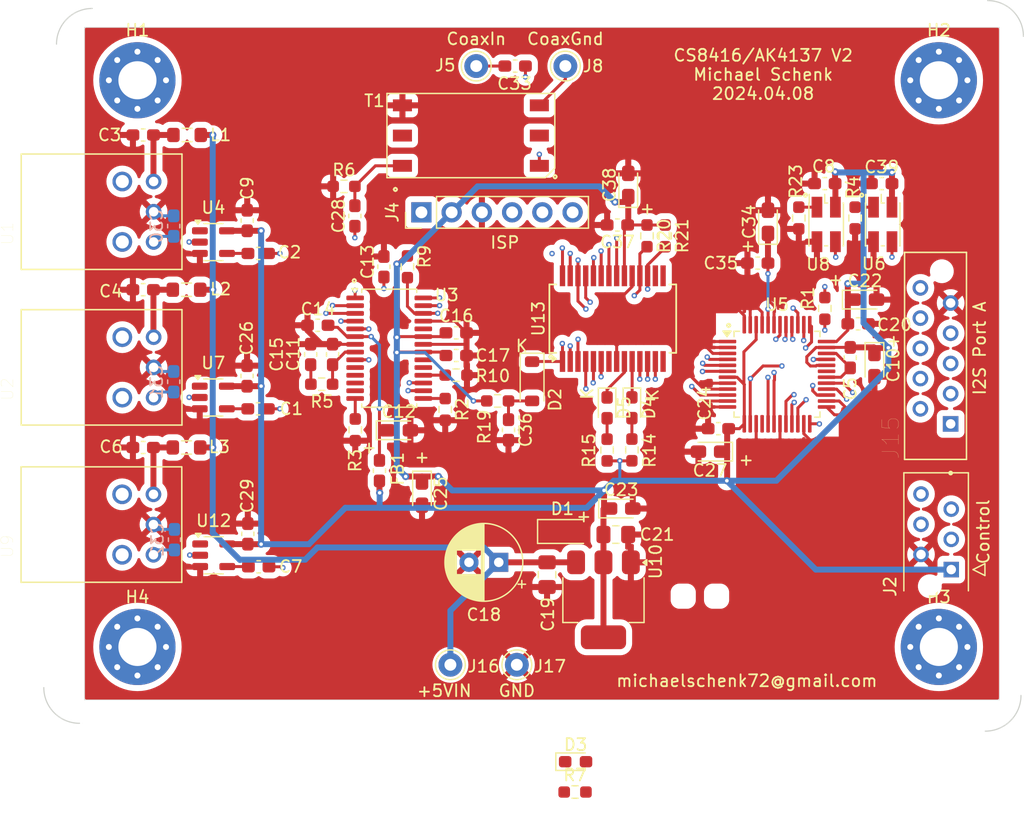
<source format=kicad_pcb>
(kicad_pcb (version 20240108) (generator "pcbnew") (generator_version "8.0")
  (layers (0 "F.Cu" mixed) (1 "In1.Cu" signal) (2 "In2.Cu" signal) (31 "B.Cu" mixed) (34 "B.Paste" user) (35 "F.Paste" user) (36 "B.SilkS" user "B.Silkscreen") (37 "F.SilkS" user "F.Silkscreen") (38 "B.Mask" user) (39 "F.Mask" user) (44 "Edge.Cuts" user))
  (net 0 "")
  (net 1 "Net-(U3-RXP1)")
  (net 2 "GND")
  (net 3 "SCL")
  (net 4 "SDA")
  (net 5 "Net-(U3-RXP0)")
  (net 6 "RESET")
  (net 7 "Net-(U1-VCC)")
  (net 8 "BCKA")
  (net 9 "LRCKA")
  (net 10 "SDOUTA")
  (net 11 "Net-(U5B-DV18)")
  (net 12 "Net-(U2-VCC)")
  (net 13 "Net-(U9-VCC)")
  (net 14 "Net-(U3-RXP2)")
  (net 15 "+5V")
  (net 16 "Net-(U3-FILT)")
  (net 17 "MCLKA")
  (net 18 "Net-(U3-VA)")
  (net 19 "Net-(U3-RXN)")
  (net 20 "Net-(C28-Pad1)")
  (net 21 "Net-(U3-RXP3)")
  (net 22 "Net-(C33-Pad2)")
  (net 23 "Net-(U1-VOUT)")
  (net 24 "Net-(C1-Pad1)")
  (net 25 "Net-(C2-Pad2)")
  (net 26 "Net-(C7-Pad1)")
  (net 27 "Net-(U2-VOUT)")
  (net 28 "Net-(U9-VOUT)")
  (net 29 "Net-(C15-Pad2)")
  (net 31 "Net-(J5-Pin_1)")
  (net 32 "Net-(D2-A)")
  (net 33 "+3.3V")
  (net 34 "Net-(D2-K)")
  (net 35 "Net-(D4-K)")
  (net 36 "Net-(D4-A)")
  (net 37 "Net-(D5-K)")
  (net 38 "Net-(D5-A)")
  (net 39 "RC0{slash}CHA")
  (net 40 "RC1{slash}CHB")
  (net 41 "RC2{slash}SW")
  (net 43 "ICSPDAT")
  (net 44 "ICSPCLK")
  (net 46 "Net-(J8-Pin_1)")
  (net 48 "Net-(U3-AD1{slash}CDIN{slash}~{AUDIO})")
  (net 49 "Net-(U3-AD0{slash}~{CS}{slash}NV{slash}RERR)")
  (net 50 "Net-(U3-SDOUT)")
  (net 51 "Net-(U3-U{slash}AD2{slash}GPO2)")
  (net 52 "Net-(U8-Standby)")
  (net 60 "Net-(U3-OSCLK)")
  (net 61 "Net-(U3-OLRCK)")
  (net 63 "DITHER")
  (net 64 "MCLK")
  (net 65 "CM0")
  (net 66 "CM1")
  (net 67 "CM2")
  (net 68 "ODIF1")
  (net 69 "ODIF0")
  (net 73 "CM3")
  (net 76 "OBIT0")
  (net 77 "OBIT1")
  (net 78 "SRCEN")
  (net 79 "Net-(D3-A)")
  (net 82 "Net-(U6-Out)")
  (net 83 "Net-(U6-Standby)")
  (net 84 "Net-(U13-RA5)")
  (net 85 "Net-(U13-RA6)")
  (net 86 "Net-(U13-RA7)")
  (footprint "Capacitor_SMD:C_0603_1608Metric_Pad1.08x0.95mm_HandSolder" (layer "F.Cu") (at 114.1487 66.1924)
    (property "Reference" "C3")
    (property "Value" "100nF")
  )
  (footprint "Capacitor_SMD:C_0603_1608Metric_Pad1.08x0.95mm_HandSolder" (layer "F.Cu") (at 114.1465 79.1972)
    (property "Reference" "C4")
    (property "Value" "100nF")
  )
  (footprint "kicad-snk:PLR135-T10_PLT133-T10W" (layer "F.Cu") (at 112.395 85.725 90)
    (property "Reference" "U2")
    (property "Value" "PLR135-T10")
  )
  (footprint "MountingHole:MountingHole_3.2mm_M3_Pad_Via" (layer "F.Cu") (at 113.665 61.595)
    (property "Reference" "H1")
    (property "Value" "MountingHole")
  )
  (footprint "Capacitor_Tantalum_SMD:CP_EIA-2012-12_Kemet-R_Pad1.30x1.05mm_HandSolder" (layer "F.Cu") (at 135.616993 91.012)
    (property "Reference" "C12")
    (property "Value" "10uF")
  )
  (footprint "Oscillator:Oscillator_SMD_EuroQuartz_XO32-4Pin_3.2x2.5mm_HandSoldering" (layer "F.Cu") (at 171.5116 73.7108 -90)
    (property "Reference" "U8")
    (property "Value" "24.576MHz")
  )
  (footprint "Capacitor_SMD:C_0603_1608Metric_Pad1.08x0.95mm_HandSolder" (layer "F.Cu") (at 171.3981 70.2796 180)
    (property "Reference" "C8")
    (property "Value" "100nF")
  )
  (footprint "kicad-snk:TE_CONN_RCPT_10POS_0.1_TIN_PCB" (layer "F.Cu") (at 181.9656 90.4748 90)
    (property "Reference" "J15")
    (property "Value" "A")
  )
  (footprint "Resistor_SMD:R_0603_1608Metric_Pad0.98x0.95mm_HandSolder" (layer "F.Cu") (at 169.2126 73.1733 90)
    (property "Reference" "R23")
    (property "Value" "NC")
  )
  (footprint "Capacitor_THT:CP_Radial_D6.3mm_P2.50mm" (layer "F.Cu") (at 144.0128 102.108 180)
    (property "Reference" "C18")
    (property "Value" "220uF/10V")
  )
  (footprint "Capacitor_SMD:C_0805_2012Metric_Pad1.18x1.45mm_HandSolder" (layer "F.Cu") (at 148.0689 103.1447 -90)
    (property "Reference" "C19")
    (property "Value" "330nF")
  )
  (footprint "Connector_Pin:Pin_D1.0mm_L10.0mm" (layer "F.Cu") (at 139.949785 110.7186)
    (property "Reference" "J16")
    (property "Value" "+5VIN")
  )
  (footprint "Capacitor_SMD:C_0805_2012Metric_Pad1.18x1.45mm_HandSolder" (layer "F.Cu") (at 153.8439 99.7712)
    (property "Reference" "C21")
    (property "Value" "100nF")
  )
  (footprint "Capacitor_Tantalum_SMD:CP_EIA-2012-12_Kemet-R_Pad1.30x1.05mm_HandSolder" (layer "F.Cu") (at 154.2947 97.5868)
    (property "Reference" "C23")
    (property "Value" "10uF")
  )
  (footprint "Capacitor_SMD:C_0603_1608Metric_Pad1.08x0.95mm_HandSolder" (layer "F.Cu") (at 123.8112 76.1492 180)
    (property "Reference" "C2")
    (property "Value" "10nF")
  )
  (footprint "kicad-snk:PLR135-T10_PLT133-T10W" (layer "F.Cu") (at 112.395 72.644 90)
    (property "Reference" "U1")
    (property "Value" "PLR135-T10")
  )
  (footprint "MountingHole:MountingHole_3.2mm_M3_Pad_Via" (layer "F.Cu") (at 180.975 109.22)
    (property "Reference" "H3")
    (property "Value" "MountingHole")
  )
  (footprint "MountingHole:MountingHole_3.2mm_M3_Pad_Via" (layer "F.Cu") (at 180.975 61.595)
    (property "Reference" "H2")
    (property "Value" "MountingHole")
  )
  (footprint "Capacitor_SMD:C_0603_1608Metric_Pad1.08x0.95mm_HandSolder" (layer "F.Cu") (at 128.811493 82.1855 180)
    (property "Reference" "C14")
    (property "Value" "100nF")
  )
  (footprint "Capacitor_SMD:C_0603_1608Metric_Pad1.08x0.95mm_HandSolder" (layer "F.Cu") (at 122.8852 73.3817 90)
    (property "Reference" "C9")
    (property "Value" "100nF")
  )
  (footprint "Capacitor_SMD:C_0603_1608Metric_Pad1.08x0.95mm_HandSolder" (layer "F.Cu") (at 122.8725 86.4423 90)
    (property "Reference" "C26")
    (property "Value" "100nF")
  )
  (footprint "LED_SMD:LED_0603_1608Metric_Pad1.05x0.95mm_HandSolder" (layer "F.Cu") (at 155.194 89.116 -90)
    (property "Reference" "D4")
    (property "Value" "LED")
  )
  (footprint "LED_SMD:LED_0603_1608Metric_Pad1.05x0.95mm_HandSolder" (layer "F.Cu") (at 153.1112 89.125 -90)
    (property "Reference" "D5")
    (property "Value" "LED")
  )
  (footprint "Resistor_SMD:R_0603_1608Metric_Pad0.98x0.95mm_HandSolder" (layer "F.Cu") (at 155.194 92.6611 90)
    (property "Reference" "R14")
    (property "Value" "330R")
  )
  (footprint "Resistor_SMD:R_0603_1608Metric_Pad0.98x0.95mm_HandSolder" (layer "F.Cu") (at 153.1112 92.6701 90)
    (property "Reference" "R15")
    (property "Value" "330R")
  )
  (footprint "Capacitor_SMD:C_0603_1608Metric_Pad1.08x0.95mm_HandSolder" (layer "F.Cu") (at 133.991993 94.404 -90)
    (property "Reference" "FB1")
    (property "Value" "1 kOhms@100 MHz")
  )
  (footprint "Inductor_SMD:L_0805_2012Metric_Pad1.05x1.20mm_HandSolder" (layer "F.Cu") (at 117.8376 66.1924)
    (property "Reference" "L1")
    (property "Value" "47uH")
  )
  (footprint "Inductor_SMD:L_0805_2012Metric_Pad1.05x1.20mm_HandSolder" (layer "F.Cu") (at 117.7868 79.1972)
    (property "Reference" "L2")
    (property "Value" "47uH")
  )
  (footprint "Package_TO_SOT_SMD:SOT-223-3_TabPin2" (layer "F.Cu") (at 152.8064 105.2572 -90)
    (property "Reference" "U10")
    (property "Value" "TLV1117-33")
  )
  (footprint "Capacitor_SMD:C_0603_1608Metric_Pad1.08x0.95mm_HandSolder" (layer "F.Cu") (at 131.9276 73.0007 -90)
    (property "Reference" "C28")
    (property "Value" "10nF")
  )
  (footprint "Connector_Pin:Pin_D1.0mm_L10.0mm" (layer "F.Cu") (at 142.121727 60.4012)
    (property "Reference" "J5")
    (property "Value" "COAXIN")
  )
  (footprint "Connector_Pin:Pin_D1.0mm_L10.0mm" (layer "F.Cu") (at 149.606 60.4012)
    (property "Reference" "J8")
    (property "Value" "COAXGND")
  )
  (footprint "Resistor_SMD:R_0603_1608Metric_Pad0.98x0.95mm_HandSolder" (layer "F.Cu") (at 131.0151 70.5104)
    (property "Reference" "R6")
    (property "Value" "75R")
  )
  (footprint "Capacitor_SMD:C_0603_1608Metric_Pad1.08x0.95mm_HandSolder" (layer "F.Cu") (at 114.1465 92.456)
    (property "Reference" "C6")
    (property "Value" "100nF")
  )
  (footprint "Capacitor_SMD:C_0603_1608Metric_Pad1.08x0.95mm_HandSolder" (layer "F.Cu") (at 122.936 99.715099 90)
    (property "Reference" "C29")
    (property "Value" "100nF")
  )
  (footprint "Inductor_SMD:L_0805_2012Metric_Pad1.05x1.20mm_HandSolder" (layer "F.Cu") (at 117.7868 92.456)
    (property "Reference" "L3")
    (property "Value" "47uH")
  )
  (footprint "kicad-snk:PLR135-T10_PLT133-T10W" (layer "F.Cu") (at 112.3812 98.933 90)
    (property "Reference" "U9")
    (property "Value" "PLR135-T10")
  )
  (footprint "Connector_Pin:Pin_D1.0mm_L10.0mm" (layer "F.Cu") (at 145.530452 110.7186)
    (property "Reference" "J17")
    (property "Value" "GND")
  )
  (footprint "MountingHole:MountingHole_3.2mm_M3_Pad_Via" (layer "F.Cu") (at 113.665 109.22)
    (property "Reference" "H4")
    (property "Value" "MountingHole")
  )
  (footprint "kicad-snk:DA100J" (layer "F.Cu") (at 141.6716 66.2432 90)
    (property "Reference" "T1")
    (property "Value" "Murata_DA103")
  )
  (footprint "Capacitor_SMD:C_0603_1608Metric_Pad1.08x0.95mm_HandSolder" (layer "F.Cu") (at 145.3907 60.4012)
    (property "Reference" "C33")
    (property "Value" "100nF")
  )
  (footprint "Capacitor_SMD:C_0603_1608Metric_Pad1.08x0.95mm_HandSolder" (layer "F.Cu") (at 123.7985 89.2098)
    (property "Reference" "C1")
    (property "Value" "10nF")
  )
  (footprint "Capacitor_SMD:C_0603_1608Metric_Pad1.08x0.95mm_HandSolder" (layer "F.Cu") (at 123.8493 102.482599)
    (property "Reference" "C7")
    (property "Value" "10nF")
  )
  (footprint "Capacitor_SMD:C_0603_1608Metric_Pad1.08x0.95mm_HandSolder" (layer "F.Cu") (at 130.054993 84.6355 -90)
    (property "Reference" "C11")
    (property "Value" "1nF/COG")
  )
  (footprint "Capacitor_SMD:C_0603_1608Metric_Pad1.08x0.95mm_HandSolder" (layer "F.Cu") (at 134.366 77.2679 90)
    (property "Reference" "C13")
    (property "Value" "10nF")
  )
  (footprint "Capacitor_SMD:C_0603_1608Metric_Pad1.08x0.95mm_HandSolder" (layer "F.Cu") (at 128.213493 84.6355 -90)
    (property "Reference" "C15")
    (property "Value" "22nF")
  )
  (footprint "Capacitor_SMD:C_0603_1608Metric_Pad1.08x0.95mm_HandSolder" (layer "F.Cu") (at 140.442493 82.8205)
    (property "Reference" "C16")
    (property "Value" "100nF")
  )
  (footprint "Capacitor_SMD:C_0603_1608Metric_Pad1.08x0.95mm_HandSolder" (layer "F.Cu") (at 140.442493 84.7255)
    (property "Reference" "C17")
    (property "Value" "100nF")
  )
  (footprint "Capacitor_Tantalum_SMD:CP_EIA-2012-12_Kemet-R_Pad1.30x1.05mm_HandSolder" (layer "F.Cu") (at 137.5664 96.3319 -90)
    (property "Reference" "C25")
    (property "Value" "10uF")
  )
  (footprint "Resistor_SMD:R_0603_1608Metric_Pad0.98x0.95mm_HandSolder" (layer "F.Cu") (at 139.516493 89.2575 -90)
    (property "Reference" "R2")
    (property "Value" "47k")
  )
  (footprint "Resistor_SMD:R_0603_1608Metric_Pad0.98x0.95mm_HandSolder" (layer "F.Cu") (at 131.959993 90.972 -90)
    (property "Reference" "R3")
    (property "Value" "47k")
  )
  (footprint "Resistor_SMD:R_0603_1608Metric_Pad0.98x0.95mm_HandSolder" (layer "F.Cu") (at 129.142493 87.1385)
    (property "Reference" "R5")
    (property "Value" "3k")
  )
  (footprint "Resistor_SMD:R_0603_1608Metric_Pad0.98x0.95mm_HandSolder" (layer "F.Cu") (at 136.341493 77.2725 90)
    (property "Reference" "R9")
    (property "Value" "47k")
  )
  (footprint "Resistor_SMD:R_0603_1608Metric_Pad0.98x0.95mm_HandSolder" (layer "F.Cu") (at 140.428993 86.3765 180)
    (property "Reference" "R10")
    (property "Value" "47k")
  )
  (footprint "Package_SO:TSSOP-28_4.4x9.7mm_P0.65mm" (layer "F.Cu") (at 134.812493 84.113)
    (property "Reference" "U3")
    (property "Value" "CS8416-xZZ")
  )
  (footprint "Package_TO_SOT_SMD:SOT-23-5" (layer "F.Cu") (at 120.0482 75.1967)
    (property "Reference" "U4")
    (property "Value" "74LVC1G17")
  )
  (footprint "Package_TO_SOT_SMD:SOT-23-5" (layer "F.Cu") (at 120.0355 88.2548)
    (property "Reference" "U7")
    (property "Value" "74LVC1G17")
  )
  (footprint "Package_TO_SOT_SMD:SOT-23-5" (layer "F.Cu") (at 120.071701 101.5136)
    (property "Reference" "U12")
    (property "Value" "74LVC1G17")
  )
  (footprint "Resistor_SMD:R_0603_1608Metric_Pad0.98x0.95mm_HandSolder" (layer "F.Cu") (at 157.988 74.6741 -90)
    (property "Reference" "R21")
    (property "Value" "1k3")
  )
  (footprint "Resistor_SMD:R_0603_1608Metric_Pad0.98x0.95mm_HandSolder" (layer "F.Cu") (at 150.4207 121.412)
    (property "Reference" "R7")
    (property "Value" "330R")
  )
  (footprint "Capacitor_SMD:C_0603_1608Metric_Pad1.08x0.95mm_HandSolder" (layer "F.Cu") (at 173.5328 84.9063 90)
    (property "Reference" "C5")
    (property "Value" "100nF")
  )
  (footprint "Capacitor_SMD:C_0603_1608Metric_Pad1.08x0.95mm_HandSolder" (layer "F.Cu") (at 162.4584 90.8764)
    (property "Reference" "C24")
    (property "Value" "100nF")
  )
  (footprint "Capacitor_SMD:C_0603_1608Metric_Pad1.08x0.95mm_HandSolder" (layer "F.Cu") (at 176.1755 70.2796 180)
    (property "Reference" "C39")
    (property "Value" "100nF")
  )
  (footprint "Diode_SMD:D_SOD-123" (layer "F.Cu") (at 146.812 86.8924 -90)
    (property "Reference" "D2")
    (property "Value" "1N4148W")
  )
  (footprint "Connector_PinHeader_2.54mm:PinHeader_1x06_P2.54mm_Vertical" (layer "F.Cu") (at 137.5156 72.6948 90)
    (property "Reference" "J4")
    (property "Value" "Conn_01x06_Male")
  )
  (footprint "Resistor_SMD:R_0603_1608Metric_Pad0.98x0.95mm_HandSolder" (layer "F.Cu") (at 173.939711 73.1733 90)
    (property "Reference" "R4")
    (property "Value" "NC")
  )
  (footprint "LED_SMD:LED_0603_1608Metric_Pad1.05x0.95mm_HandSolder" (layer "F.Cu") (at 150.4657 118.862)
    (property "Reference" "D3")
    (property "Value" "LED")
  )
  (footprint "Package_SO:SSOP-28_5.3x10.2mm_P0.65mm" (layer "F.Cu") (at 153.5898 81.6288 90)
    (property "Reference" "U13")
    (property "Value" "PIC16F18056-I/SS")
  )
  (footprint "Capacitor_Tantalum_SMD:CP_EIA-2012-12_Kemet-R_Pad1.30x1.05mm_HandSolder" (layer "F.Cu") (at 154.8892 70.3937 90)
    (property "Reference" "C38")
    (property "Value" "10uF")
  )
  (footprint "Capacitor_SMD:C_0603_1608Metric_Pad1.08x0.95mm_HandSolder" (layer "F.Cu") (at 174.1921 82.0626 180)
    (property "Reference" "C20")
    (property "Value" "100nF")
  )
  (footprint "Capacitor_SMD:C_0603_1608Metric_Pad1.08x0.95mm_HandSolder" (layer "F.Cu") (at 153.9759 73.7578 180)
    (property "Reference" "C37")
    (property "Value" "100nF")
  )
  (footprint "Connector_TE-Connectivity:TE_Micro-MaTch_215079-6_2x03_P1.27mm_Vertical" (layer "F.Cu") (at 182.0164 102.7176 180)
    (property "Reference" "J2")
    (property "Value" "TE MicroMatch")
  )
  (footprint "Resistor_SMD:R_0603_1608Metric_Pad0.98x0.95mm_HandSolder" (layer "F.Cu") (at 143.9183 88.5444)
    (property "Reference" "R19")
    (property "Value" "4.7k")
  )
  (footprint "Diode_SMD:D_SOD-123F" (layer "F.Cu") (at 149.482 99.5172)
    (property "Reference" "D1")
    (property "Value" "SM4002PL-TP")
  )
  (footprint "Resistor_SMD:R_0603_1608Metric_Pad0.98x0.95mm_HandSolder" (layer "F.Cu") (at 156.464 74.6703 -90)
    (property "Reference" "R20")
    (property "Value" "1k3")
  )
  (footprint "Oscillator:Oscillator_SMD_EuroQuartz_XO32-4Pin_3.2x2.5mm_HandSoldering" (layer "F.Cu") (at 176.263 73.7108 -90)
    (property "Reference" "U6")
    (property "Value" "49.152MHz")
  )
  (footprint "Capacitor_Tantalum_SMD:CP_EIA-2012-12_Kemet-R_Pad1.30x1.05mm_HandSolder" (layer "F.Cu") (at 174.7671 80.0306)
    (property "Reference" "C22")
    (property "Value" "10uF")
  )
  (footprint "Capacitor_SMD:C_0603_1608Metric_Pad1.08x0.95mm_HandSolder" (layer "F.Cu") (at 144.8308 90.9817 -90)
    (property "Reference" "C36")
    (property "Value" "10nF")
  )
  (footprint "Resistor_SMD:R_0603_1608Metric_Pad0.98x0.95mm_HandSolder" (layer "F.Cu") (at 171.3992 80.7701 90)
    (property "Reference" "R1")
    (property "Value" "33R")
  )
  (footprint "Capacitor_Tantalum_SMD:CP_EIA-2012-12_Kemet-R_Pad1.30x1.05mm_HandSolder" (layer "F.Cu") (at 161.7575 92.8068 180)
    (property "Reference" "C27")
    (property "Value" "10uF")
  )
  (footprint "Capacitor_Tantalum_SMD:CP_EIA-2012-12_Kemet-R_Pad1.30x1.05mm_HandSolder" (layer "F.Cu") (at 175.5648 85.5321 -90)
    (property "Reference" "C10")
    (property "Value" "10uF")
  )
  (footprint "Capacitor_SMD:C_0603_1608Metric_Pad1.08x0.95mm_HandSolder" (layer "F.Cu") (at 165.7604 76.962)
    (property "Reference" "C35")
    (property "Value" "100nF")
  )
  (footprint "Package_QFP:LQFP-48_7x7mm_P0.5mm" (layer "F.Cu") (at 167.3829 86.3018)
    (property "Reference" "U5")
    (property "Value" "AK4137")
  )
  (footprint "Capacitor_Tantalum_SMD:CP_EIA-2012-12_Kemet-R_Pad1.30x1.05mm_HandSolder" (layer "F.Cu") (at 166.6229 73.4925 90)
    (property "Reference" "C34")
    (property "Value" "10uF")
  )
  (footprint "Capacitor_SMD:C_0603_1608Metric_Pad1.08x0.95mm_HandSolder" (layer "B.Cu") (at 116.713 73.8505 -90)
    (property "Reference" "C30")
    (property "Value" "30pF")
  )
  (footprint "Capacitor_SMD:C_0603_1608Metric_Pad1.08x0.95mm_HandSolder" (layer "B.Cu") (at 116.713 86.9315 -90)
    (property "Reference" "C31")
    (property "Value" "30pF")
  )
  (footprint "Capacitor_SMD:C_0603_1608Metric_Pad1.08x0.95mm_HandSolder" (layer "B.Cu") (at 116.7765 100.203 -90)
    (property "Reference" "C32")
    (property "Value" "30pF")
  )
  (gr_line (start 109.22 113.665) (end 109.22 57.15) (stroke (width 0.05)) (layer "Edge.Cuts"))
  (gr_line (start 109.22 57.15) (end 186.055 57.15) (stroke (width 0.05)) (layer "Edge.Cuts"))
  (gr_arc (start 106.86812 58.56012) (mid 107.746804 56.438804) (end 109.86812 55.56012) (stroke (width 0.1)) (layer "Edge.Cuts"))
  (gr_arc (start 185.07668 54.89972) (mid 187.198 55.7784) (end 188.07668 57.89972) (stroke (width 0.1)) (layer "Edge.Cuts"))
  (gr_line (start 186.055 57.15) (end 186.055 113.665) (stroke (width 0.05)) (layer "Edge.Cuts"))
  (gr_arc (start 187.87348 113.29628) (mid 186.99481 115.41761) (end 184.87348 116.29628) (stroke (width 0.1)) (layer "Edge.Cuts"))
  (gr_arc (start 108.80132 115.63588) (mid 106.67999 114.75721) (end 105.80132 112.63588) (stroke (width 0.1)) (layer "Edge.Cuts"))
  (gr_line (start 186.055 113.665) (end 109.22 113.665) (stroke (width 0.05)) (layer "Edge.Cuts"))
  (gr_text "I2S Port A" (at 184.404 84.1248 90) (layer "F.SilkS") (effects (font (size 1 1))))
  (gr_text "K" (at 156.9212 88.0364 90) (layer "F.SilkS") (effects (font (size 1 1))))
  (gr_text "Control" (at 184.7088 99.5426 90) (layer "F.SilkS") (effects (font (size 1 1))))
  (gr_text "CoaxGnd" (at 149.606 58.1152 0) (layer "F.SilkS") (effects (font (size 1 1))))
  (gr_text "°" (at 131.8768 78.8416 0) (layer "F.SilkS") (effects (font (size 1 1))))
  (gr_text "°" (at 163.322 82.6008 0) (layer "F.SilkS") (effects (font (size 1 1))))
  (gr_text "michaelschenk72@gmail.com" (at 164.846 112.0648 0) (layer "F.SilkS") (effects (font (size 1 1))))
  (gr_text "+" (at 151.1554 98.2218 0) (layer "F.SilkS") (effects (font (size 1 1))))
  (gr_text "GND" (at 145.530452 112.903 0) (layer "F.SilkS") (effects (font (size 1 1))))
  (gr_text "+" (at 156.4894 72.3646 0) (layer "F.SilkS") (effects (font (size 1 1))))
  (gr_text "+" (at 164.7952 93.472 0) (layer "F.SilkS") (effects (font (size 1 1))))
  (gr_text "°" (at 148.3868 85.2424 0) (layer "F.SilkS") (effects (font (size 1 1))))
  (gr_text "+5VIN" (at 139.434452 112.903 0) (layer "F.SilkS") (effects (font (size 1 1))))
  (gr_text "CS8416/AK4137 V2\nMichael Schenk\n2024.04.08" (at 166.2176 61.1124 0) (layer "F.SilkS") (effects (font (size 1 1))))
  (gr_text "+" (at 177.1904 83.4644 0) (layer "F.SilkS") (effects (font (size 1 1))))
  (gr_text "+" (at 137.5664 93.2434 0) (layer "F.SilkS") (effects (font (size 1 1))))
  (gr_text "°" (at 148.7424 70.104 0) (layer "F.SilkS") (effects (font (size 1 1))))
  (gr_text "+" (at 172.3136 78.3336 0) (layer "F.SilkS") (effects (font (size 1 1))))
  (gr_text "K" (at 145.9484 83.9216 0) (layer "F.SilkS") (effects (font (size 1 1))))
  (gr_text "+" (at 133.1214 92.4306 0) (layer "F.SilkS") (effects (font (size 1 1))))
  (gr_text "+" (at 164.9476 75.4888 0) (layer "F.SilkS") (effects (font (size 1 1))))
  (gr_text "ISP" (at 144.526 75.2348 0) (layer "F.SilkS") (effects (font (size 1 1))))
  (gr_text "°" (at 174.498511 71.6512 0) (layer "F.SilkS") (effects (font (size 1 1))))
  (gr_text "°" (at 135.3312 71.1708 0) (layer "F.SilkS") (effects (font (size 1 1))))
  (gr_text "K" (at 151.4348 87.9348 90) (layer "F.SilkS") (effects (font (size 1 1))))
  (gr_text "CoaxIn" (at 142.121727 58.1152 0) (layer "F.SilkS") (effects (font (size 1 1))))
  (gr_text "°" (at 169.7714 71.6512 0) (layer "F.SilkS") (effects (font (size 1 1))))
  (segment (start 131.949993 81.188) (end 129.5081 81.188) (width 0.25) (layer "F.Cu") (net 1))
  (segment (start 125.6234 89.2098) (end 125.6284 89.2048) (width 0.25) (layer "F.Cu") (net 1))
  (segment (start 129.5081 81.188) (end 129.4985 81.1784) (width 0.25) (layer "F.Cu") (net 1))
  (segment (start 124.661 89.2098) (end 125.6234 89.2098) (width 0.25) (layer "F.Cu") (net 1))
  (via (at 125.6284 89.2048) (size 0.45) (drill 0.225) (layers "F.Cu" "B.Cu") (net 1))
  (via (at 129.4985 81.1784) (size 0.45) (drill 0.225) (layers "F.Cu" "B.Cu") (net 1))
  (segment (start 141.304993 83.826) (end 141.304993 84.7255) (width 0.25) (layer "F.Cu") (net 2))
  (segment (start 171.5454 84.5518) (end 172.348586 84.5518) (width 0.25) (layer "F.Cu") (net 2))
  (segment (start 163.2204 83.5518) (end 161.4076 83.5518) (width 0.25) (layer "F.Cu") (net 2))
  (segment (start 128.213493 83.773) (end 130.054993 83.773) (width 0.5) (layer "F.Cu") (net 2))
  (segment (start 163.2204 84.5518) (end 161.9932 84.5518) (width 0.25) (layer "F.Cu") (net 2))
  (segment (start 155.2148 78.0288) (end 155.2148 78.93842) (width 0.25) (layer "F.Cu") (net 2))
  (segment (start 159.680218 86.0044) (end 159.6136 86.0044) (width 0.25) (layer "F.Cu") (net 2))
  (segment (start 159.748509 86.072691) (end 159.680218 86.0044) (width 0.25) (layer "F.Cu") (net 2))
  (segment (start 172.2064 89.7128) (end 173.482 89.7128) (width 0.25) (layer "F.Cu") (net 2))
  (segment (start 177.4492 82.0626) (end 177.4698 82.042) (width 0.5) (layer "F.Cu") (net 2))
  (segment (start 141.304993 82.8205) (end 141.304993 83.826) (width 0.25) (layer "F.Cu") (net 2))
  (segment (start 137.674993 81.838) (end 140.322493 81.838) (width 0.25) (layer "F.Cu") (net 2))
  (segment (start 173.567782 89.5096) (end 174.3964 89.5096) (width 0.25) (layer "F.Cu") (net 2))
  (segment (start 171.5454 89.0518) (end 172.2064 89.7128) (width 0.25) (layer "F.Cu") (net 2))
  (segment (start 165.1 80.437) (end 165.1329 80.4699) (width 0.25) (layer "F.Cu") (net 2))
  (segment (start 130.069993 83.788) (end 130.054993 83.773) (width 0.25) (layer "F.Cu") (net 2))
  (segment (start 163.2204 88.5518) (end 161.2826 88.5518) (width 0.25) (layer "F.Cu") (net 2))
  (segment (start 175.0546 82.0626) (end 177.4492 82.0626) (width 0.5) (layer "F.Cu") (net 2))
  (segment (start 167.6329 93.2109) (end 168.402 93.98) (width 0.25) (layer "F.Cu") (net 2))
  (segment (start 166.1329 81.0937) (end 165.5826 80.5434) (width 0.25) (layer "F.Cu") (net 2))
  (segment (start 167.174 80.594982) (end 166.385818 79.8068) (width 0.25) (layer "F.Cu") (net 2))
  (segment (start 166.1329 82.1393) (end 166.1329 81.0937) (width 0.25) (layer "F.Cu") (net 2))
  (segment (start 173.939711 74.0858) (end 173.939711 75.869289) (width 0.5) (layer "F.Cu") (net 2))
  (segment (start 166.385818 79.8068) (end 166.0144 79.8068) (width 0.25) (layer "F.Cu") (net 2))
  (segment (start 141.266993 83.788) (end 141.304993 83.826) (width 0.25) (layer "F.Cu") (net 2))
  (segment (start 161.227618 87.5518) (end 159.748509 86.072691) (width 0.25) (layer "F.Cu") (net 2))
  (segment (start 137.674993 83.788) (end 141.266993 83.788) (width 0.25) (layer "F.Cu") (net 2))
  (segment (start 163.2204 87.5518) (end 161.227618 87.5518) (width 0.25) (layer "F.Cu") (net 2))
  (segment (start 167.174 81.050618) (end 167.174 80.594982) (width 0.25) (layer "F.Cu") (net 2))
  (segment (start 163.2204 87.0518) (end 160.727618 87.0518) (width 0.25) (layer "F.Cu") (net 2))
  (segment (start 160.7826 89.0518) (end 163.2204 89.0518) (width 0.25) (layer "F.Cu") (net 2))
  (segment (start 131.949993 83.788) (end 130.069993 83.788) (width 0.25) (layer "F.Cu") (net 2))
  (segment (start 165.6329 90.4643) (end 165.6329 94.0049) (width 0.25) (layer "F.Cu") (net 2))
  (segment (start 161.3488 84.0518) (end 161.3408 84.0438) (width 0.25) (layer "F.Cu") (net 2))
  (segment (start 160.727618 87.0518) (end 159.748509 86.072691) (width 0.25) (layer "F.Cu") (net 2))
  (segment (start 173.939711 75.869289) (end 173.863 75.946) (width 0.5) (layer "F.Cu") (net 2))
  (segment (start 163.2204 84.0518) (end 161.4932 84.0518) (width 0.25) (layer "F.Cu") (net 2))
  (segment (start 161.4932 84.0518) (end 161.3488 84.0518) (width 0.25) (layer "F.Cu") (net 2))
  (segment (start 172.348586 84.5518) (end 173.5328 85.736014) (width 0.25) (layer "F.Cu") (net 2))
  (segment (start 153.9148 83.506) (end 153.0096 82.6008) (width 0.25) (layer "F.Cu") (net 2))
  (segment (start 171.5454 86.5518) (end 172.7498 86.5518) (width 0.25) (layer "F.Cu") (net 2))
  (segment (start 127.948993 82.6195) (end 129.102493 83.773) (width 0.5) (layer "F.Cu") (net 2))
  (segment (start 153.9148 85.2288) (end 153.9148 83.506) (width 0.25) (layer "F.Cu") (net 2))
  (segment (start 155.2148 78.93842) (end 153.53362 80.6196) (width 0.25) (layer "F.Cu") (net 2))
  (segment (start 167.6329 90.4643) (end 167.6329 93.2109) (width 0.25) (layer "F.Cu") (net 2))
  (segment (start 164.6329 81.3717) (end 163.4998 80.2386) (width 0.25) (layer "F.Cu") (net 2))
  (segment (start 165.1329 80.4699) (end 165.1329 82.1393) (width 0.25) (layer "F.Cu") (net 2))
  (segment (start 169.6329 91.2993) (end 170.5864 92.2528) (width 0.25) (layer "F.Cu") (net 2))
  (segment (start 127.948993 82.1855) (end 127.948993 82.6195) (width 0.5) (layer "F.Cu") (net 2))
  (segment (start 161.9932 84.5518) (end 161.4932 84.0518) (width 0.25) (layer "F.Cu") (net 2))
  (segment (start 170.5864 92.2528) (end 170.8404 92.2528) (width 0.25) (layer "F.Cu") (net 2))
  (segment (start 172.609982 88.5518) (end 173.567782 89.5096) (width 0.25) (layer "F.Cu") (net 2))
  (segment (start 172.7498 86.5518) (end 173.5328 85.7688) (width 0.25) (layer "F.Cu") (net 2))
  (segment (start 161.2826 88.5518) (end 160.7826 89.0518) (width 0.25) (layer "F.Cu") (net 2))
  (segment (start 173.5328 85.736014) (end 173.5328 85.7688) (width 0.25) (layer "F.Cu") (net 2))
  (segment (start 140.322493 81.838) (end 141.304993 82.8205) (width 0.25) (layer "F.Cu") (net 2))
  (segment (start 167.1329 82.1393) (end 167.1329 81.091718) (width 0.25) (layer "F.Cu") (net 2))
  (segment (start 165.6329 94.0049) (end 165.9128 94.2848) (width 0.25) (layer "F.Cu") (net 2))
  (segment (start 164.6329 82.1393) (end 164.6329 81.3717) (width 0.25) (layer "F.Cu") (net 2))
  (segment (start 161.4076 83.5518) (end 161.3408 83.485) (width 0.25) (layer "F.Cu") (net 2))
  (segment (start 169.6329 90.4643) (end 169.6329 91.2993) (width 0.25) (layer "F.Cu") (net 2))
  (segment (start 167.1329 81.091718) (end 167.174 81.050618) (width 0.25) (layer "F.Cu") (net 2))
  (segment (start 171.5454 88.5518) (end 172.609982 88.5518) (width 0.25) (layer "F.Cu") (net 2))
  (segment (start 153.53362 80.6196) (end 153.2128 80.6196) (width 0.25) (layer "F.Cu") (net 2))
  (segment (start 116.713 86.069) (end 115.369 86.069) (width 0.25) (layer "B.Cu") (net 2))
  (segment (start 116.713 72.988) (end 115.369 72.988) (width 0.25) (layer "B.Cu") (net 2))
  (segment (start 115.369 72.988) (end 115.025 72.644) (width 0.25) (layer "B.Cu") (net 2))
  (segment (start 115.4187 99.3405) (end 115.0112 98.933) (width 0.25) (layer "B.Cu") (net 2))
  (segment (start 116.7765 99.3405) (end 115.4187 99.3405) (width 0.25) (layer "B.Cu") (net 2))
  (segment (start 115.369 86.069) (end 115.025 85.725) (width 0.25) (layer "B.Cu") (net 2))
  (segment (start 167.132 86.1568) (end 167.174 86.1988) (width 0.25) (layer "F.Cu") (net 3))
  (segment (start 156.5148 78.0288) (end 156.5148 77.11918) (width 0.25) (layer "F.Cu") (net 3))
  (segment (start 136.398 87.6808) (end 137.667793 87.6808) (width 0.25) (layer "F.Cu") (net 3))
  (segment (start 167.174 86.791018) (end 167.1329 86.832118) (width 0.25) (layer "F.Cu") (net 3))
  (segment (start 157.988 75.64598) (end 157.988 75.5866) (width 0.25) (layer "F.Cu") (net 3))
  (segment (start 156.5148 78.0288) (end 156.5148 79.1464) (width 0.25) (layer "F.Cu") (net 3))
  (segment (start 137.667793 87.6808) (end 137.674993 87.688) (width 0.25) (layer "F.Cu") (net 3))
  (segment (start 167.174 86.1988) (end 167.174 86.791018) (width 0.25) (layer "F.Cu") (net 3))
  (segment (start 167.1329 86.832118) (end 167.1329 90.4643) (width 0.25) (layer "F.Cu") (net 3))
  (segment (start 156.5148 77.11918) (end 157.988 75.64598) (width 0.25) (layer "F.Cu") (net 3))
  (via (at 167.132 86.1568) (size 0.45) (drill 0.225) (layers "F.Cu" "B.Cu") (net 3))
  (via (at 136.398 87.6808) (size 0.45) (drill 0.225) (layers "F.Cu" "B.Cu") (net 3))
  (via (at 156.5148 79.1464) (size 0.45) (drill 0.225) (layers "F.Cu" "B.Cu") (net 3))
  (segment (start 156.464 75.5828) (end 155.8648 76.182) (width 0.25) (layer "F.Cu") (net 4))
  (segment (start 136.4996 87.0204) (end 137.657393 87.0204) (width 0.25) (layer "F.Cu") (net 4))
  (segment (start 155.8648 78.0288) (end 155.8648 79.2283) (width 0.25) (layer "F.Cu") (net 4))
  (segment (start 155.8648 76.182) (end 155.8648 78.0288) (width 0.25) (layer "F.Cu") (net 4))
  (segment (start 166.6329 86.5721) (end 166.6329 90.4643) (width 0.25) (layer "F.Cu") (net 4))
  (segment (start 155.8648 79.2283) (end 155.3972 79.6959) (width 0.25) (layer "F.Cu") (net 4))
  (segment (start 137.657393 87.0204) (end 137.674993 87.038) (width 0.25) (layer "F.Cu") (net 4))
  (segment (start 166.624 86.5632) (end 166.6329 86.5721) (width 0.25) (layer "F.Cu") (net 4))
  (via (at 155.3972 79.6959) (size 0.45) (drill 0.225) (layers "F.Cu" "B.Cu") (net 4))
  (via (at 166.624 86.5632) (size 0.45) (drill 0.225) (layers "F.Cu" "B.Cu") (net 4))
  (via (at 136.4996 87.0204) (size 0.45) (drill 0.225) (layers "F.Cu" "B.Cu") (net 4))
  (segment (start 130.76 81.838) (end 130.7592 81.8388) (width 0.25) (layer "F.Cu") (net 5))
  (segment (start 131.949993 81.838) (end 130.76 81.838) (width 0.25) (layer "F.Cu") (net 5))
  (segment (start 124.6737 76.1492) (end 125.6284 76.1492) (width 0.25) (layer "F.Cu") (net 5))
  (via (at 130.7592 81.8388) (size 0.45) (drill 0.225) (layers "F.Cu" "B.Cu") (net 5))
  (via (at 125.6284 76.1492) (size 0.45) (drill 0.225) (layers "F.Cu" "B.Cu") (net 5))
  (segment (start 150.6648 78.0288) (end 150.6648 80.1544) (width 0.25) (layer "F.Cu") (net 6))
  (segment (start 165.1329 86.6827) (end 165.1329 90.4643) (width 0.25) (layer "F.Cu") (net 6))
  (segment (start 165.1508 86.6648) (end 165.1329 86.6827) (width 0.25) (layer "F.Cu") (net 6))
  (segment (start 150.6648 78.0288) (end 150.6648 76.716) (width 0.25) (layer "F.Cu") (net 6))
  (segment (start 167.7919 85.6068) (end 167.7924 85.6073) (width 0.25) (layer "F.Cu") (net 6))
  (segment (start 166.2088 85.6068) (end 167.7919 85.6068) (width 0.25) (layer "F.Cu") (net 6))
  (segment (start 150.6648 76.716) (end 150.6728 76.708) (width 0.25) (layer "F.Cu") (net 6))
  (segment (start 150.6648 80.1544) (end 151.3332 80.8228) (width 0.25) (layer "F.Cu") (net 6))
  (segment (start 133.094 85.088) (end 133.096 85.09) (width 0.25) (layer "F.Cu") (net 6))
  (segment (start 131.949993 85.088) (end 133.094 85.088) (width 0.25) (layer "F.Cu") (net 6))
  (segment (start 165.1508 86.6648) (end 166.2088 85.6068) (width 0.25) (layer "F.Cu") (net 6))
  (via (at 167.7924 85.6073) (size 0.45) (drill 0.225) (layers "F.Cu" "B.Cu") (net 6))
  (via (at 165.1508 86.6648) (size 0.45) (drill 0.225) (layers "F.Cu" "B.Cu") (net 6))
  (via (at 150.6728 76.708) (size 0.45) (drill 0.225) (layers "F.Cu" "B.Cu") (net 6))
  (via (at 133.096 85.09) (size 0.45) (drill 0.225) (layers "F.Cu" "B.Cu") (net 6))
  (via (at 151.3332 80.8228) (size 0.45) (drill 0.225) (layers "F.Cu" "B.Cu") (net 6))
  (segment (start 115.0112 70.0902) (end 115.025 70.104) (width 0.5) (layer "F.Cu") (net 7))
  (segment (start 115.0112 66.1924) (end 116.6876 66.1924) (width 0.5) (layer "F.Cu") (net 7))
  (segment (start 115.0112 66.1924) (end 115.0112 70.0902) (width 0.5) (layer "F.Cu") (net 7))
  (segment (start 171.5454 87.5518) (end 172.3878 87.5518) (width 0.25) (layer "F.Cu") (net 8))
  (segment (start 172.3878 87.5518) (end 173.228 88.392) (width 0.25) (layer "F.Cu") (net 8))
  (via (at 173.228 88.392) (size 0.45) (drill 0.225) (layers "F.Cu" "B.Cu") (net 8))
  (segment (start 171.5454 87.0518) (end 172.9546 87.0518) (width 0.25) (layer "F.Cu") (net 9))
  (segment (start 172.9546 87.0518) (end 173.736 87.8332) (width 0.25) (layer "F.Cu") (net 9))
  (via (at 173.736 87.8332) (size 0.45) (drill 0.225) (layers "F.Cu" "B.Cu") (net 9))
  (segment (start 170.742214 88.0518) (end 170.3832 87.692786) (width 0.25) (layer "F.Cu") (net 10))
  (segment (start 171.5454 88.0518) (end 170.742214 88.0518) (width 0.25) (layer "F.Cu") (net 10))
  (segment (start 170.3832 87.692786) (end 170.3832 87.2563) (width 0.25) (layer "F.Cu") (net 10))
  (via (at 170.3832 87.2563) (size 0.45) (drill 0.225) (layers "F.Cu" "B.Cu") (net 10))
  (segment (start 166.6329 80.8317) (end 166.624 80.8228) (width 0.25) (layer "F.Cu") (net 11))
  (segment (start 166.6229 77.8499) (end 166.624 77.851) (width 0.25) (layer "F.Cu") (net 11))
  (segment (start 166.6329 82.1393) (end 166.6329 80.8317) (width 0.25) (layer "F.Cu") (net 11))
  (segment (start 166.6229 76.962) (end 166.6229 74.93) (width 0.5) (layer "F.Cu") (net 11))
  (segment (start 166.6229 76.962) (end 166.6229 77.8499) (width 0.25) (layer "F.Cu") (net 11))
  (via (at 166.624 77.851) (size 0.45) (drill 0.225) (layers "F.Cu" "B.Cu") (net 11))
  (via (at 166.624 80.8228) (size 0.45) (drill 0.225) (layers "F.Cu" "B.Cu") (net 11))
  (segment (start 166.624 77.851) (end 166.624 80.8228) (width 0.25) (layer "B.Cu") (net 11))
  (segment (start 116.6368 79.1972) (end 115.009 79.1972) (width 0.5) (layer "F.Cu") (net 12))
  (segment (start 115.009 83.169) (end 115.025 83.185) (width 0.5) (layer "F.Cu") (net 12))
  (segment (start 115.009 79.1972) (end 115.009 83.169) (width 0.5) (layer "F.Cu") (net 12))
  (segment (start 115.009 96.3908) (end 115.0112 96.393) (width 0.5) (layer "F.Cu") (net 13))
  (segment (start 115.009 92.456) (end 115.009 96.3908) (width 0.5) (layer "F.Cu") (net 13))
  (segment (start 116.6368 92.456) (end 115.009 92.456) (width 0.5) (layer "F.Cu") (net 13))
  (segment (start 130.068 80.538) (end 130.048 80.518) (width 0.25) (layer "F.Cu") (net 14))
  (segment (start 124.7118 102.482599) (end 125.806499 102.482599) (width 0.25) (layer "F.Cu") (net 14))
  (segment (start 125.806499 102.482599) (end 125.8824 102.5585) (width 0.25) (layer "F.Cu") (net 14))
  (segment (start 131.949993 80.538) (end 130.068 80.538) (width 0.25) (layer "F.Cu") (net 14))
  (via (at 125.8824 102.5585) (size 0.45) (drill 0.225) (layers "F.Cu" "B.Cu") (net 14))
  (via (at 130.048 80.518) (size 0.45) (drill 0.225) (layers "F.Cu" "B.Cu") (net 14))
  (segment (start 118.9368 79.1972) (end 119.9896 79.1972) (width 0.5) (layer "F.Cu") (net 15))
  (segment (start 148.0681 102.108) (end 148.0689 102.1072) (width 0.5) (layer "F.Cu") (net 15))
  (segment (start 118.9368 92.456) (end 119.9896 92.456) (width 0.5) (layer "F.Cu") (net 15))
  (segment (start 118.9368 66.1924) (end 119.9896 66.1924) (width 0.5) (layer "F.Cu") (net 15))
  (segment (start 144.0128 102.108) (end 148.0681 102.108) (width 0.5) (layer "F.Cu") (net 15))
  (segment (start 148.0689 102.1072) (end 150.5064 102.1072) (width 0.5) (layer "F.Cu") (net 15))
  (via (at 119.9896 92.456) (size 0.6) (drill 0.3) (layers "F.Cu" "B.Cu") (net 15))
  (via (at 119.9896 66.1924) (size 0.6) (drill 0.3) (layers "F.Cu" "B.Cu") (net 15))
  (via (at 119.9896 79.1972) (size 0.6) (drill 0.3) (layers "F.Cu" "B.Cu") (net 15))
  (segment (start 128.78275 100.858) (end 127.75675 101.884) (width 0.5) (layer "B.Cu") (net 15))
  (segment (start 119.9896 92.456) (end 119.9896 99.6188) (width 0.5) (layer "B.Cu") (net 15))
  (segment (start 139.949785 106.171015) (end 144.0128 102.108) (width 0.5) (layer "B.Cu") (net 15))
  (segment (start 139.949785 110.7186) (end 139.949785 106.171015) (width 0.5) (layer "B.Cu") (net 15))
  (segment (start 122.2756 101.9048) (end 122.2964 101.884) (width 0.5) (layer "B.Cu") (net 15))
  (segment (start 119.9896 92.456) (end 119.9896 79.1972) (width 0.5) (layer "B.Cu") (net 15))
  (segment (start 142.7628 100.858) (end 128.78275 100.858) (width 0.5) (layer "B.Cu") (net 15))
  (segment (start 144.0128 102.108) (end 142.7628 100.858) (width 0.5) (layer "B.Cu") (net 15))
  (segment (start 119.9896 99.6188) (end 122.2756 101.9048) (width 0.5) (layer "B.Cu") (net 15))
  (segment (start 127.75675 101.884) (end 122.2964 101.884) (width 0.5) (layer "B.Cu") (net 15))
  (segment (start 119.9896 66.1924) (end 119.9896 79.1972) (width 0.5) (layer "B.Cu") (net 15))
  (segment (start 131.114993 84.438) (end 130.054993 85.498) (width 0.25) (layer "F.Cu") (net 16))
  (segment (start 130.054993 87.1385) (end 130.054993 85.498) (width 0.25) (layer "F.Cu") (net 16))
  (segment (start 131.949993 84.438) (end 131.114993 84.438) (width 0.25) (layer "F.Cu") (net 16))
  (segment (start 170.9315 90.4643) (end 170.942 90.4748) (width 0.25) (layer "F.Cu") (net 17))
  (segment (start 170.1329 90.4643) (end 170.9315 90.4643) (width 0.25) (layer "F.Cu") (net 17))
  (via (at 170.942 90.4748) (size 0.45) (drill 0.225) (layers "F.Cu" "B.Cu") (net 17))
  (segment (start 133.991993 91.012) (end 133.991993 89.1705) (width 0.25) (layer "F.Cu") (net 18))
  (segment (start 130.477936 82.354501) (end 129.842994 82.354501) (width 0.25) (layer "F.Cu") (net 18))
  (segment (start 133.293493 83.138) (end 131.949993 83.138) (width 0.25) (layer "F.Cu") (net 18))
  (segment (start 131.949993 83.138) (end 131.261435 83.138) (width 0.25) (layer "F.Cu") (net 18))
  (segment (start 131.261435 83.138) (end 130.477936 82.354501) (width 0.25) (layer "F.Cu") (net 18))
  (segment (start 129.842994 82.354501) (end 129.673993 82.1855) (width 0.25) (layer "F.Cu") (net 18))
  (segment (start 133.991993 93.5415) (end 133.991993 91.012) (width 0.25) (layer "F.Cu") (net 18))
  (via (at 133.293493 83.138) (size 0.45) (drill 0.225) (layers "F.Cu" "B.Cu") (net 18))
  (via (at 133.991993 89.1705) (size 0.45) (drill 0.225) (layers "F.Cu" "B.Cu") (net 18))
  (segment (start 133.991993 89.1705) (end 133.991993 83.8365) (width 0.25) (layer "B.Cu") (net 18))
  (segment (start 133.991993 83.8365) (end 133.293493 83.138) (width 0.25) (layer "B.Cu") (net 18))
  (segment (start 134.366 79.0956) (end 134.366 78.1304) (width 0.25) (layer "F.Cu") (net 19))
  (segment (start 133.0848 82.488) (end 133.096 82.4992) (width 0.25) (layer "F.Cu") (net 19))
  (segment (start 131.949993 82.488) (end 133.0848 82.488) (width 0.25) (layer "F.Cu") (net 19))
  (via (at 134.366 79.0956) (size 0.45) (drill 0.225) (layers "F.Cu" "B.Cu") (net 19))
  (via (at 133.096 82.4992) (size 0.45) (drill 0.225) (layers "F.Cu" "B.Cu") (net 19))
  (segment (start 135.9216 68.7832) (end 133.6548 68.7832) (width 0.25) (layer "F.Cu") (net 20))
  (segment (start 131.9276 70.5104) (end 131.9276 72.1382) (width 0.25) (layer "F.Cu") (net 20))
  (segment (start 133.6548 68.7832) (end 131.9276 70.5104) (width 0.25) (layer "F.Cu") (net 20))
  (segment (start 131.949993 79.888) (end 131.949993 79.270393) (width 0.25) (layer "F.Cu") (net 21))
  (segment (start 131.9276 73.8632) (end 131.9276 74.8284) (width 0.25) (layer "F.Cu") (net 21))
  (segment (start 131.949993 79.270393) (end 131.9276 79.248) (width 0.25) (layer "F.Cu") (net 21))
  (via (at 131.9276 79.248) (size 0.45) (drill 0.225) (layers "F.Cu" "B.Cu") (net 21))
  (via (at 131.9276 74.8284) (size 0.45) (drill 0.225) (layers "F.Cu" "B.Cu") (net 21))
  (segment (start 146.2532 60.4012) (end 146.2532 61.3156) (width 0.25) (layer "F.Cu") (net 22))
  (segment (start 147.4216 67.818) (end 147.4216 68.7832) (width 0.25) (layer "F.Cu") (net 22))
  (via (at 147.4216 67.818) (size 0.45) (drill 0.225) (layers "F.Cu" "B.Cu") (net 22))
  (via (at 146.2532 61.3156) (size 0.45) (drill 0.225) (layers "F.Cu" "B.Cu") (net 22))
  (segment (start 118.9107 75.1967) (end 118.0211 75.1967) (width 0.25) (layer "F.Cu") (net 23))
  (segment (start 118.0211 75.1967) (end 118.0084 75.184) (width 0.25) (layer "F.Cu") (net 23))
  (via (at 118.0084 75.184) (size 0.45) (drill 0.225) (layers "F.Cu" "B.Cu") (net 23))
  (segment (start 116.713 74.713) (end 115.496 74.713) (width 0.25) (layer "B.Cu") (net 23))
  (segment (start 115.496 74.713) (end 115.025 75.184) (width 0.25) (layer "B.Cu") (net 23))
  (segment (start 121.173 89.2048) (end 122.931 89.2048) (width 0.25) (layer "F.Cu") (net 24))
  (segment (start 122.9462 76.1467) (end 122.9487 76.1492) (width 0.25) (layer "F.Cu") (net 25))
  (segment (start 121.1857 76.1467) (end 122.9462 76.1467) (width 0.25) (layer "F.Cu") (net 25))
  (segment (start 121.209201 102.4636) (end 122.967801 102.4636) (width 0.25) (layer "F.Cu") (net 26))
  (segment (start 118.0236 88.2548) (end 118.0084 88.2396) (width 0.25) (layer "F.Cu") (net 27))
  (segment (start 118.898 88.2548) (end 118.0236 88.2548) (width 0.25) (layer "F.Cu") (net 27))
  (via (at 118.0084 88.2396) (size 0.45) (drill 0.225) (layers "F.Cu" "B.Cu") (net 27))
  (segment (start 115.496 87.794) (end 115.025 88.265) (width 0.25) (layer "B.Cu") (net 27))
  (segment (start 116.713 87.794) (end 115.496 87.794) (width 0.25) (layer "B.Cu") (net 27))
  (segment (start 118.934201 101.5136) (end 118.0744 101.5136) (width 0.25) (layer "F.Cu") (net 28))
  (segment (start 118.0744 101.5136) (end 118.0592 101.4984) (width 0.25) (layer "F.Cu") (net 28))
  (via (at 118.0592 101.4984) (size 0.45) (drill 0.225) (layers "F.Cu" "B.Cu") (net 28))
  (segment (start 115.4187 101.0655) (end 115.0112 101.473) (width 0.25) (layer "B.Cu") (net 28))
  (segment (start 116.7765 101.0655) (end 115.4187 101.0655) (width 0.25) (layer "B.Cu") (net 28))
  (segment (start 128.229993 87.1385) (end 128.229993 85.5145) (width 0.25) (layer "F.Cu") (net 29))
  (segment (start 128.229993 85.5145) (end 128.213493 85.498) (width 0.25) (layer "F.Cu") (net 29))
  (segment (start 142.121727 60.4012) (end 144.5282 60.4012) (width 0.25) (layer "F.Cu") (net 31))
  (segment (start 146.81 88.5444) (end 146.812 88.5424) (width 0.25) (layer "F.Cu") (net 32))
  (segment (start 144.8308 88.5444) (end 146.81 88.5444) (width 0.25) (layer "F.Cu") (net 32))
  (segment (start 144.8308 90.1192) (end 144.8308 88.5444) (width 0.25) (layer "F.Cu") (net 32))
  (segment (start 122.8852 74.2442) (end 121.1882 74.2442) (width 0.5) (layer "F.Cu") (net 33))
  (segment (start 136.341493 76.36) (end 136.134493 76.36) (width 0.25) (layer "F.Cu") (net 33))
  (segment (start 164.6008 84.4208) (end 165.6329 83.3887) (width 0.25) (layer "F.Cu") (net 33))
  (segment (start 133.991993 96.247593) (end 134.0104 96.266) (width 0.5) (layer "F.Cu") (net 33))
  (segment (start 154.8892 71.8312) (end 153.7716 71.8312) (width 0.5) (layer "F.Cu") (net 33))
  (segment (start 122.8725 87.3048) (end 124.0486 87.3048) (width 0.5) (layer "F.Cu") (net 33))
  (segment (start 137.5664 94.8944) (end 136.1948 94.8944) (width 0.5) (layer "F.Cu") (net 33))
  (segment (start 121.173 87.3048) (end 122.8725 87.3048) (width 0.5) (layer "F.Cu") (net 33))
  (segment (start 155.185 93.5826) (end 155.194 93.5736) (width 0.25) (layer "F.Cu") (net 33))
  (segment (start 163.2204 86.5518) (end 164.023586 86.5518) (width 0.25) (layer "F.Cu") (net 33))
  (segment (start 124.0536 100.584) (end 122.942401 100.584) (width 0.5) (layer "F.Cu") (net 33))
  (segment (start 171.5534 84.0438) (end 171.5454 84.0518) (width 0.25) (layer "F.Cu") (net 33))
  (segment (start 122.8852 100.577599) (end 121.2232 100.577599) (width 0.5) (layer "F.Cu") (net 33))
  (segment (start 154.5648 78.0288) (end 154.5648 74.0314) (width 0.25) (layer "F.Cu") (net 33))
  (segment (start 152.8572 97.5868) (end 152.8572 96.0628) (width 0.5) (layer "F.Cu") (net 33))
  (segment (start 153.1112 93.5826) (end 154.1182 93.5826) (width 0.25) (layer "F.Cu") (net 33))
  (segment (start 163.195 92.8068) (end 163.195 91.0023) (width 0.5) (layer "F.Cu") (net 33))
  (segment (start 152.8064 108.4072) (end 152.8064 97.6376) (width 0.5) (layer "F.Cu") (net 33))
  (segment (start 163.195 95.2246) (end 163.1696 95.25) (width 0.5) (layer "F.Cu") (net 33))
  (segment (start 154.5648 74.0314) (end 154.8384 73.7578) (width 0.25) (layer "F.Cu") (net 33))
  (segment (start 164.6008 87.129014) (end 164.6008 84.4208) (width 0.25) (layer "F.Cu") (net 33))
  (segment (start 171.5454 84.0518) (end 170.662182 84.0518) (width 0.25) (layer "F.Cu") (net 33))
  (segment (start 139.292493 84.438) (end 139.579993 84.7255) (width 0.25) (layer "F.Cu") (net 33))
  (segment (start 164.2208 90.8764) (end 164.6329 90.4643) (width 0.25) (layer "F.Cu") (net 33))
  (segment (start 169.884 84.829982) (end 169.884 85.302) (width 0.25) (layer "F.Cu") (net 33))
  (segment (start 154.8892 73.707) (end 154.8384 73.7578) (width 0.5) (layer "F.Cu") (net 33))
  (segment (start 170.1898 85.6078) (end 170.661818 85.6078) (width 0.25) (layer "F.Cu") (net 33))
  (segment (start 154.8892 71.8312) (end 154.8892 73.707) (width 0.5) (layer "F.Cu") (net 33))
  (segment (start 135.485993 84.438) (end 135.452493 84.4715) (width 0.25) (layer "F.Cu") (net 33))
  (segment (start 170.662182 84.0518) (end 169.884 84.829982) (width 0.25) (layer "F.Cu") (net 33))
  (segment (start 137.674993 84.438) (end 135.485993 84.438) (width 0.25) (layer "F.Cu") (net 33))
  (segment (start 122.8852 74.2442) (end 124.0536 74.2442) (width 0.5) (layer "F.Cu") (net 33))
  (segment (start 157.988 73.7616) (end 156.4678 73.7616) (width 0.25) (layer "F.Cu") (net 33))
  (segment (start 154.1182 93.5826) (end 154.1272 93.5736) (width 0.25) (layer "F.Cu") (net 33))
  (segment (start 173.5328 84.0438) (end 175.514 84.0438) (width 0.5) (layer "F.Cu") (net 33))
  (segment (start 175.5648 84.0946) (end 176.7126 84.0946) (width 0.5) (layer "F.Cu") (net 33))
  (segment (start 164.6329 87.161114) (end 164.6329 90.4643) (width 0.25) (layer "F.Cu") (net 33))
  (segment (start 136.134493 76.36) (end 135.452493 77.042) (width 0.25) (layer "F.Cu") (net 33))
  (segment (start 137.674993 83.138) (end 135.515993 83.138) (width 0.25) (layer "F.Cu") (net 33))
  (segment (start 124.0486 87.3048) (end 124.0536 87.2998) (width 0.5) (layer "F.Cu") (net 33))
  (segment (start 172.2606 70.2796) (end 172.2606 69.2934) (width 0.5) (layer "F.Cu") (net 33))
  (segment (start 173.5328 84.0438) (end 171.5534 84.0438) (width 0.25) (layer "F.Cu") (net 33))
  (segment (start 164.023586 86.5518) (end 164.6329 87.161114) (width 0.25) (layer "F.Cu") (net 33))
  (segment (start 173.3296 80.0306) (end 173.3296 78.6892) (width 0.5) (layer "F.Cu") (net 33))
  (segment (start 176.7126 84.0946) (end 176.7332 84.074) (width 0.5) (layer "F.Cu") (net 33))
  (segment (start 163.195 92.8068) (end 163.195 95.2246) (width 0.5) (layer "F.Cu") (net 33))
  (segment (start 154.1272 93.5736) (end 154.1362 93.5826) (width 0.25) (layer "F.Cu") (net 33))
  (segment (start 121.1882 74.2442) (end 121.1857 74.2467) (width 0.5) (layer "F.Cu") (net 33))
  (segment (start 172.3786 83.5518) (end 173.3296 82.6008) (width 0.25) (layer "F.Cu") (net 33))
  (segment (start 175.514 84.0438) (end 175.5648 84.0946) (width 0.5) (layer "F.Cu") (net 33))
  (segment (start 152.8064 97.6376) (end 152.8572 97.5868) (width 0.5) (layer "F.Cu") (net 33))
  (segment (start 163.3209 90.8764) (end 164.2208 90.8764) (width 0.25) (layer "F.Cu") (net 33))
  (segment (start 170.717818 85.5518) (end 171.5454 85.5518) (width 0.25) (layer "F.Cu") (net 33))
  (segment (start 137.674993 83.138) (end 139.262493 83.138) (width 0.25) (layer "F.Cu") (net 33))
  (segment (start 172.2866 72.2608) (end 172.2866 70.3056) (width 0.5) (layer "F.Cu") (net 33))
  (segment (start 170.661818 85.6078) (end 170.717818 85.5518) (width 0.25) (layer "F.Cu") (net 33))
  (segment (start 154.1362 93.5826) (end 155.185 93.5826) (width 0.25) (layer "F.Cu") (net 33))
  (segment (start 171.5454 83.5518) (end 172.3786 83.5518) (width 0.25) (layer "F.Cu") (net 33))
  (segment (start 137.5664 94.8944) (end 138.938 94.8944) (width 0.5) (layer "F.Cu") (net 33))
  (segment (start 139.262493 83.138) (end 139.579993 82.8205) (width 0.25) (layer "F.Cu") (net 33))
  (segment (start 122.942401 100.584) (end 122.936 100.577599) (width 0.5) (layer "F.Cu") (net 33))
  (segment (start 177.038 70.2796) (end 177.038 69.342) (width 0.5) (layer "F.Cu") (net 33))
  (segment (start 156.4678 73.7616) (end 156.464 73.7578) (width 0.25) (layer "F.Cu") (net 33))
  (segment (start 173.3296 82.0626) (end 173.3296 80.0306) (width 0.5) (layer "F.Cu") (net 33))
  (segment (start 165.6329 83.3887) (end 165.6329 82.1393) (width 0.25) (layer "F.Cu") (net 33))
  (segment (start 135.515993 83.138) (end 135.452493 83.2015) (width 0.25) (layer "F.Cu") (net 33))
  (segment (start 137.674993 84.438) (end 139.292493 84.438) (width 0.25) (layer "F.Cu") (net 33))
  (segment (start 172.2866 70.3056) (end 172.2606 70.2796) (width 0.5) (layer "F.Cu") (net 33))
  (segment (start 154.8384 73.7578) (end 156.464 73.7578) (width 0.25) (layer "F.Cu") (net 33))
  (segment (start 133.991993 95.2665) (end 133.991993 96.247593) (width 0.5) (layer "F.Cu") (net 33))
  (segment (start 164.6329 87.161114) (end 164.6008 87.129014) (width 0.25) (layer "F.Cu") (net 33))
  (segment (start 143.0058 88.5444) (end 141.8844 88.5444) (width 0.25) (layer "F.Cu") (net 33))
  (segment (start 177.038 72.2608) (end 177.038 70.2796) (width 0.5) (layer "F.Cu") (net 33))
  (segment (start 163.195 91.0023) (end 163.3209 90.8764) (width 0.5) (layer "F.Cu") (net 33))
  (segment (start 169.884 85.302) (end 170.1898 85.6078) (width 0.25) (layer "F.Cu") (net 33))
  (segment (start 173.3296 82.6008) (end 173.3296 82.0626) (width 0.25) (layer "F.Cu") (net 33))
  (segment (start 172.2606 69.2934) (end 172.2628 69.2912) (width 0.5) (layer "F.Cu") (net 33))
  (via (at 135.452493 84.4715) (size 0.6) (drill 0.3) (layers "F.Cu" "B.Cu") (net 33))
  (via (at 124.0536 74.2442) (size 0.6) (drill 0.3) (layers "F.Cu" "B.Cu") (net 33))
  (via (at 154.178 93.5736) (size 0.45) (drill 0.225) (layers "F.Cu" "B.Cu") (net 33))
  (via (at 134.0104 96.266) (size 0.6) (drill 0.3) (layers "F.Cu" "B.Cu") (net 33))
  (via (at 177.038 69.342) (size 0.6) (drill 0.3) (layers "F.Cu" "B.Cu") (net 33))
  (via (at 153.7716 71.8312) (size 0.6) (drill 0.3) (layers "F.Cu" "B.Cu") (net 33))
  (via (at 124.0536 100.584) (size 0.6) (drill 0.3) (layers "F.Cu" "B.Cu") (net 33))
  (via (at 152.8572 96.0628) (size 0.6) (drill 0.3) (layers "F.Cu" "B.Cu") (net 33))
  (via (at 135.452493 83.2015) (size 0.6) (drill 0.3) (layers "F.Cu" "B.Cu") (net 33))
  (via (at 124.0536 87.2998) (size 0.6) (drill 0.3) (layers "F.Cu" "B.Cu") (net 33))
  (via (at 163.1696 95.25) (size 0.6) (drill 0.3) (layers "F.Cu" "B.Cu") (net 33))
  (via (at 176.7332 84.074) (size 0.6) (drill 0.3) (layers "F.Cu" "B.Cu") (net 33))
  (via (at 172.2628 69.2912) (size 0.6) (drill 0.3) (layers "F.Cu" "B.Cu") (net 33))
  (via (at 136.1948 94.8944) (size 0.6) (drill 0.3) (layers "F.Cu" "B.Cu") (net 33))
  (via (at 135.452493 77.042) (size 0.6) (drill 0.3) (layers "F.Cu" "B.Cu") (net 33))
  (via (at 173.3296 78.6892) (size 0.6) (drill 0.3) (layers "F.Cu" "B.Cu") (net 33))
  (via (at 138.938 94.8944) (size 0.6) (drill 0.3) (layers "F.Cu" "B.Cu") (net 33))
  (via (at 141.8844 88.5444) (size 0.45) (drill 0.225) (layers "F.Cu" "B.Cu") (net 33))
  (segment (start 135.452493 94.152093) (end 136.1948 94.8944) (width 0.5) (layer "B.Cu") (net 33))
  (segment (start 167.324595 95.25) (end 176.7332 85.841395) (width 0.5) (layer "B.Cu") (net 33))
  (segment (start 177.038 69.342) (end 174.6504 69.342) (width 0.5) (layer "B.Cu") (net 33))
  (segment (start 152.8572 96.0628) (end 151.3932 97.5268) (width 0.5) (layer "B.Cu") (net 33))
  (segment (start 135.452493 77.042) (end 135.452493 83.2015) (width 0.5) (layer "B.Cu") (net 33))
  (segment (start 135.7084 77.042) (end 135.452493 77.042) (width 0.5) (layer "B.Cu") (net 33))
  (segment (start 152.4508 70.5104) (end 142.24 70.5104) (width 0.5) (layer "B.Cu") (net 33))
  (segment (start 131.124 97.5268) (end 134.0104 97.5268) (width 0.5) (layer "B.Cu") (net 33))
  (segment (start 182.0164 102.7176) (end 170.6372 102.7176) (width 0.5) (layer "B.Cu") (net 33))
  (segment (start 176.7332 84.074) (end 174.6504 81.9912) (width 0.5) (layer "B.Cu") (net 33))
  (segment (start 135.452493 83.2015) (end 135.452493 84.4715) (width 0.5) (layer "B.Cu") (net 33))
  (segment (start 134.0104 96.266) (end 134.0104 97.5268) (width 0.5) (layer "B.Cu") (net 33))
  (segment (start 152.8572 96.0628) (end 140.1064 96.0628) (width 0.5) (layer "B.Cu") (net 33))
  (segment (start 174.6504 81.9912) (end 174.6504 78.6892) (width 0.5) (layer "B.Cu") (net 33))
  (segment (start 124.0536 100.584) (end 124.0536 87.2998) (width 0.5) (layer "B.Cu") (net 33))
  (segment (start 174.6504 78.6892) (end 174.6504 69.342) (width 0.5) (layer "B.Cu") (net 33))
  (segment (start 124.0536 87.2998) (end 124.0536 74.2442) (width 0.5) (layer "B.Cu") (net 33))
  (segment (start 170.6372 102.7176) (end 163.1696 95.25) (width 0.5) (layer "B.Cu") (net 33))
  (segment (start 137.8115 84.4715) (end 141.8844 88.5444) (width 0.25) (layer "B.Cu") (net 33))
  (segment (start 172.3136 69.342) (end 172.2628 69.2912) (width 0.5) (layer "B.Cu") (net 33))
  (segment (start 135.452493 84.4715) (end 135.452493 94.152093) (width 0.5) (layer "B.Cu") (net 33))
  (segment (start 154.178 95.25) (end 153.67 95.25) (width 0.5) (layer "B.Cu") (net 33))
  (segment (start 153.67 95.25) (end 152.8572 96.0628) (width 0.5) (layer "B.Cu") (net 33))
  (segment (start 163.1696 95.25) (end 154.178 95.25) (width 0.5) (layer "B.Cu") (net 33))
  (segment (start 173.3296 78.6892) (end 174.6504 78.6892) (width 0.5) (layer "B.Cu") (net 33))
  (segment (start 128.0668 100.584) (end 131.124 97.5268) (width 0.5) (layer "B.Cu") (net 33))
  (segment (start 135.452493 84.4715) (end 137.8115 84.4715) (width 0.25) (layer "B.Cu") (net 33))
  (segment (start 153.7716 71.8312) (end 152.4508 70.5104) (width 0.5) (layer "B.Cu") (net 33))
  (segment (start 142.24 70.5104) (end 140.0556 72.6948) (width 0.5) (layer "B.Cu") (net 33))
  (segment (start 124.0536 100.584) (end 128.0668 100.584) (width 0.5) (layer "B.Cu") (net 33))
  (segment (start 163.1696 95.25) (end 167.324595 95.25) (width 0.5) (layer "B.Cu") (net 33))
  (segment (start 151.3932 97.5268) (end 134.0104 97.5268) (width 0.5) (layer "B.Cu") (net 33))
  (segment (start 140.0556 72.6948) (end 135.7084 77.042) (width 0.5) (layer "B.Cu") (net 33))
  (segment (start 176.7332 85.841395) (end 176.7332 84.074) (width 0.5) (layer "B.Cu") (net 33))
  (segment (start 154.178 93.5736) (end 154.178 95.25) (width 0.25) (layer "B.Cu") (net 33))
  (segment (start 174.6504 69.342) (end 172.3136 69.342) (width 0.5) (layer "B.Cu") (net 33))
  (segment (start 140.1064 96.0628) (end 138.938 94.8944) (width 0.5) (layer "B.Cu") (net 33))
  (segment (start 149.3648 83.7312) (end 149.352 83.7184) (width 0.25) (layer "F.Cu") (net 34))
  (segment (start 149.3648 85.2288) (end 149.3648 83.7312) (width 0.25) (layer "F.Cu") (net 34))
  (segment (start 149.3648 85.2288) (end 146.8256 85.2288) (width 0.25) (layer "F.Cu") (net 34))
  (segment (start 146.8256 85.2288) (end 146.812 85.2424) (width 0.25) (layer "F.Cu") (net 34))
  (via (at 149.352 83.7184) (size 0.45) (drill 0.225) (layers "F.Cu" "B.Cu") (net 34))
  (via (at 148.4884 76.1585) (size 0.45) (drill 0.225) (layers "F.Cu" "B.Cu") (net 34))
  (segment (start 155.2148 85.2288) (end 155.2148 88.0702) (width 0.25) (layer "F.Cu") (net 35))
  (segment (start 155.2148 88.0702) (end 155.194 88.091) (width 0.25) (layer "F.Cu") (net 35))
  (segment (start 155.194 91.7486) (end 155.194 90.141) (width 0.25) (layer "F.Cu") (net 36))
  (segment (start 153.1112 87.59202) (end 153.1112 88.1) (width 0.25) (layer "F.Cu") (net 37))
  (segment (start 154.5648 86.13842) (end 153.1112 87.59202) (width 0.25) (layer "F.Cu") (net 37))
  (segment (start 154.5648 85.2288) (end 154.5648 86.13842) (width 0.25) (layer "F.Cu") (net 37))
  (segment (start 153.1112 91.7576) (end 153.1112 90.15) (width 0.25) (layer "F.Cu") (net 38))
  (segment (start 155.8648 85.2288) (end 155.8648 86.7052) (width 0.25) (layer "F.Cu") (net 39))
  (segment (start 155.8648 86.7052) (end 155.8544 86.7156) (width 0.25) (layer "F.Cu") (net 39))
  (via (at 155.8544 86.7156) (size 0.45) (drill 0.225) (layers "F.Cu" "B.Cu") (net 39))
  (segment (start 156.5148 85.2288) (end 156.5148 86.7156) (width 0.25) (layer "F.Cu") (net 40))
  (via (at 156.5148 86.7156) (size 0.45) (drill 0.225) (layers "F.Cu" "B.Cu") (net 40))
  (segment (start 157.1648 86.715103) (end 157.164303 86.7156) (width 0.25) (layer "F.Cu") (net 41))
  (segment (start 157.1648 85.2288) (end 157.1648 86.715103) (width 0.25) (layer "F.Cu") (net 41))
  (via (at 157.164303 86.7156) (size 0.45) (drill 0.225) (layers "F.Cu" "B.Cu") (net 41))
  (segment (start 149.3648 75.7048) (end 149.352 75.692) (width 0.25) (layer "F.Cu") (net 43))
  (segment (start 149.3648 78.0288) (end 149.3648 75.7048) (width 0.25) (layer "F.Cu") (net 43))
  (via (at 149.352 75.692) (size 0.45) (drill 0.225) (layers "F.Cu" "B.Cu") (net 43))
  (segment (start 150.0148 76.1516) (end 150.0124 76.1492) (width 0.25) (layer "F.Cu") (net 44))
  (segment (start 150.0148 78.0288) (end 150.0148 76.1516) (width 0.25) (layer "F.Cu") (net 44))
  (via (at 150.0124 76.1492) (size 0.45) (drill 0.225) (layers "F.Cu" "B.Cu") (net 44))
  (segment (start 147.4216 63.7032) (end 149.606 61.5188) (width 0.25) (layer "F.Cu") (net 46))
  (segment (start 149.606 61.5188) (end 149.606 60.4012) (width 0.25) (layer "F.Cu") (net 46))
  (segment (start 139.509493 88.338) (end 139.516493 88.345) (width 0.25) (layer "F.Cu") (net 48))
  (segment (start 137.674993 88.338) (end 139.509493 88.338) (width 0.25) (layer "F.Cu") (net 48))
  (segment (start 131.959993 90.0595) (end 131.959993 88.348) (width 0.25) (layer "F.Cu") (net 49))
  (segment (start 131.959993 88.348) (end 131.949993 88.338) (width 0.25) (layer "F.Cu") (net 49))
  (segment (start 137.684593 81.1784) (end 137.674993 81.188) (width 0.25) (layer "F.Cu") (net 50))
  (segment (start 138.8872 81.1784) (end 137.684593 81.1784) (width 0.25) (layer "F.Cu") (net 50))
  (segment (start 136.341493 80.592) (end 136.341493 78.185) (width 0.25) (layer "F.Cu") (net 50))
  (segment (start 137.674993 81.188) (end 136.937493 81.188) (width 0.25) (layer "F.Cu") (net 50))
  (segment (start 136.937493 81.188) (end 136.341493 80.592) (width 0.25) (layer "F.Cu") (net 50))
  (segment (start 161.141526 86.0518) (end 161.123817 86.069509) (width 0.25) (layer "F.Cu") (net 50))
  (segment (start 163.2204 86.0518) (end 161.141526 86.0518) (width 0.25) (layer "F.Cu") (net 50))
  (via (at 161.123817 86.069509) (size 0.45) (drill 0.225) (layers "F.Cu" "B.Cu") (net 50))
  (via (at 138.8872 81.1784) (size 0.45) (drill 0.225) (layers "F.Cu" "B.Cu") (net 50))
  (segment (start 137.686493 86.3765) (end 137.674993 86.388) (width 0.25) (layer "F.Cu") (net 51))
  (segment (start 139.516493 86.3765) (end 137.686493 86.3765) (width 0.25) (layer "F.Cu") (net 51))
  (segment (start 169.2126 72.2608) (end 170.7366 72.2608) (width 0.25) (layer "F.Cu") (net 52))
  (segment (start 139.030497 80.538) (end 139.0396 80.528897) (width 0.25) (layer "F.Cu") (net 60))
  (segment (start 137.674993 80.538) (end 139.030497 80.538) (width 0.25) (layer "F.Cu") (net 60))
  (segment (start 163.2204 85.5518) (end 161.308012 85.5518) (width 0.25) (layer "F.Cu") (net 60))
  (segment (start 161.308012 85.5518) (end 161.137216 85.381004) (width 0.25) (layer "F.Cu") (net 60))
  (via (at 161.137216 85.381004) (size 0.45) (drill 0.225) (layers "F.Cu" "B.Cu") (net 60))
  (via (at 139.0396 80.528897) (size 0.45) (drill 0.225) (layers "F.Cu" "B.Cu") (net 60))
  (segment (start 139.030994 79.888) (end 139.0396 79.879394) (width 0.25) (layer "F.Cu") (net 61))
  (segment (start 161.716088 85.0518) (end 161.522144 84.857856) (width 0.25) (layer "F.Cu") (net 61))
  (segment (start 137.674993 79.888) (end 139.030994 79.888) (width 0.25) (layer "F.Cu") (net 61))
  (segment (start 163.2204 85.0518) (end 161.716088 85.0518) (width 0.25) (layer "F.Cu") (net 61))
  (via (at 161.522144 84.857856) (size 0.45) (drill 0.225) (layers "F.Cu" "B.Cu") (net 61))
  (via (at 139.0396 79.879394) (size 0.45) (drill 0.225) (layers "F.Cu" "B.Cu") (net 61))
  (segment (start 151.3148 78.0288) (end 151.3148 79.8714) (width 0.25) (layer "F.Cu") (net 63))
  (segment (start 169.1329 90.4643) (end 169.1329 89.1343) (width 0.25) (layer "F.Cu") (net 63))
  (segment (start 169.1329 89.1343) (end 169.8244 88.4428) (width 0.25) (layer "F.Cu") (net 63))
  (segment (start 151.3148 79.8714) (end 151.6888 80.2454) (width 0.25) (layer "F.Cu") (net 63))
  (via (at 169.8244 88.4428) (size 0.45) (drill 0.225) (layers "F.Cu" "B.Cu") (net 63))
  (via (at 151.6888 80.2454) (size 0.45) (drill 0.225) (layers "F.Cu" "B.Cu") (net 63))
  (segment (start 171.5454 85.0518) (end 170.44 85.0518) (width 0.25) (layer "F.Cu") (net 64))
  (segment (start 170.44 85.0518) (end 170.434 85.0578) (width 0.25) (layer "F.Cu") (net 64))
  (segment (start 171.3992 81.6826) (end 171.3992 82.6008) (width 0.25) (layer "F.Cu") (net 64))
  (via (at 171.3992 82.6008) (size 0.45) (drill 0.225) (layers "F.Cu" "B.Cu") (net 64))
  (via (at 170.434 85.0578) (size 0.45) (drill 0.225) (layers "F.Cu" "B.Cu") (net 64))
  (segment (start 153.924 74.8558) (end 153.9148 74.865) (width 0.25) (layer "F.Cu") (net 65))
  (segment (start 153.9148 74.865) (end 153.9148 78.0288) (width 0.25) (layer "F.Cu") (net 65))
  (segment (start 169.1329 82.1393) (end 169.1329 81.1456) (width 0.25) (layer "F.Cu") (net 65))
  (segment (start 169.1329 81.1456) (end 168.7339 80.7466) (width 0.25) (layer "F.Cu") (net 65))
  (via (at 153.924 74.8558) (size 0.45) (drill 0.225) (layers "F.Cu" "B.Cu") (net 65))
  (via (at 168.7339 80.7466) (size 0.45) (drill 0.225) (layers "F.Cu" "B.Cu") (net 65))
  (segment (start 168.6329 82.1393) (end 168.6329 83.2889) (width 0.25) (layer "F.Cu") (net 66))
  (segment (start 153.2648 75.4065) (end 153.2648 78.0288) (width 0.25) (layer "F.Cu") (net 66))
  (segment (start 168.6329 83.2889) (end 168.7068 83.3628) (width 0.25) (layer "F.Cu") (net 66))
  (segment (start 153.2636 75.4053) (end 153.2648 75.4065) (width 0.25) (layer "F.Cu") (net 66))
  (via (at 153.2636 75.4053) (size 0.45) (drill 0.225) (layers "F.Cu" "B.Cu") (net 66))
  (via (at 168.7068 83.3628) (size 0.45) (drill 0.225) (layers "F.Cu" "B.Cu") (net 66))
  (segment (start 168.1329 83.288599) (end 168.053074 83.368425) (width 0.25) (layer "F.Cu") (net 67))
  (segment (start 152.6148 78.0288) (end 152.6148 75.9576) (width 0.25) (layer "F.Cu") (net 67))
  (segment (start 152.6148 75.9576) (end 152.6032 75.946) (width 0.25) (layer "F.Cu") (net 67))
  (segment (start 168.1329 82.1393) (end 168.1329 83.288599) (width 0.25) (layer "F.Cu") (net 67))
  (via (at 152.6032 75.946) (size 0.45) (drill 0.225) (layers "F.Cu" "B.Cu") (net 67))
  (via (at 168.053074 83.368425) (size 0.45) (drill 0.225) (layers "F.Cu" "B.Cu") (net 67))
  (segment (start 168.1329 88.57937) (end 168.697666 88.014604) (width 0.25) (layer "F.Cu") (net 68))
  (segment (start 168.1329 90.4643) (end 168.1329 88.57937) (width 0.25) (layer "F.Cu") (net 68))
  (segment (start 151.9648 86.9984) (end 151.9428 87.0204) (width 0.25) (layer "F.Cu") (net 68))
  (segment (start 151.9648 85.2288) (end 151.9648 86.9984) (width 0.25) (layer "F.Cu") (net 68))
  (segment (start 168.697666 88.014604) (end 168.80778 88.014604) (width 0.25) (layer "F.Cu") (net 68))
  (via (at 168.80778 88.014604) (size 0.45) (drill 0.225) (layers "F.Cu" "B.Cu") (net 68))
  (via (at 151.9428 87.0204) (size 0.45) (drill 0.225) (layers "F.Cu" "B.Cu") (net 68))
  (segment (start 168.6329 88.857188) (end 168.826244 88.663844) (width 0.25) (layer "F.Cu") (net 69))
  (segment (start 151.3148 87.51) (end 151.3332 87.5284) (width 0.25) (layer "F.Cu") (net 69))
  (segment (start 151.3148 85.2288) (end 151.3148 87.51) (width 0.25) (layer "F.Cu") (net 69))
  (segment (start 168.6329 90.4643) (end 168.6329 88.857188) (width 0.25) (layer "F.Cu") (net 69))
  (via (at 151.3332 87.5284) (size 0.45) (drill 0.225) (layers "F.Cu" "B.Cu") (net 69))
  (via (at 168.826244 88.663844) (size 0.45) (drill 0.225) (layers "F.Cu" "B.Cu") (net 69))
  (segment (start 167.6329 82.1393) (end 167.6329 83.0143) (width 0.25) (layer "F.Cu") (net 73))
  (segment (start 151.9648 76.5336) (end 151.9936 76.5048) (width 0.25) (layer "F.Cu") (net 73))
  (segment (start 151.9648 78.0288) (end 151.9648 76.5336) (width 0.25) (layer "F.Cu") (net 73))
  (segment (start 167.6329 83.0143) (end 167.2844 83.3628) (width 0.25) (layer "F.Cu") (net 73))
  (via (at 167.2844 83.3628) (size 0.45) (drill 0.225) (layers "F.Cu" "B.Cu") (net 73))
  (via (at 151.9936 76.5048) (size 0.45) (drill 0.225) (layers "F.Cu" "B.Cu") (net 73))
  (segment (start 170.2829 83.594384) (end 169.784155 84.093129) (width 0.25) (layer "F.Cu") (net 76))
  (segment (start 170.1329 82.1393) (end 170.2829 82.2893) (width 0.25) (layer "F.Cu") (net 76))
  (segment (start 170.2829 82.2893) (end 170.2829 83.594384) (width 0.25) (layer "F.Cu") (net 76))
  (segment (start 150.0148 83.924) (end 150.0124 83.9216) (width 0.25) (layer "F.Cu") (net 76))
  (segment (start 150.0148 85.2288) (end 150.0148 83.924) (width 0.25) (layer "F.Cu") (net 76))
  (via (at 150.0124 83.9216) (size 0.45) (drill 0.225) (layers "F.Cu" "B.Cu") (net 76))
  (via (at 169.784155 84.093129) (size 0.45) (drill 0.225) (layers "F.Cu" "B.Cu") (net 76))
  (segment (start 150.6648 83.3708) (end 150.6728 83.3628) (width 0.25) (layer "F.Cu") (net 77))
  (segment (start 169.6329 83.4527) (end 169.6212 83.4644) (width 0.25) (layer "F.Cu") (net 77))
  (segment (start 150.6648 85.2288) (end 150.6648 83.3708) (width 0.25) (layer "F.Cu") (net 77))
  (segment (start 169.6329 82.1393) (end 169.6329 83.4527) (width 0.25) (layer "F.Cu") (net 77))
  (via (at 169.6212 83.4644) (size 0.45) (drill 0.225) (layers "F.Cu" "B.Cu") (net 77))
  (via (at 150.6728 83.3628) (size 0.45) (drill 0.225) (layers "F.Cu" "B.Cu") (net 77))
  (segment (start 163.2204 88.0518) (end 160.9498 88.0518) (width 0.25) (layer "F.Cu") (net 78))
  (segment (start 152.6148 85.2288) (end 152.6148 86.5008) (width 0.25) (layer "F.Cu") (net 78))
  (segment (start 160.9498 88.0518) (end 160.2232 87.3252) (width 0.25) (layer "F.Cu") (net 78))
  (segment (start 152.6148 86.5008) (end 152.6032 86.5124) (width 0.25) (layer "F.Cu") (net 78))
  (via (at 152.6032 86.5124) (size 0.45) (drill 0.225) (layers "F.Cu" "B.Cu") (net 78))
  (via (at 160.2232 87.3252) (size 0.45) (drill 0.225) (layers "F.Cu" "B.Cu") (net 78))
  (segment (start 172.2866 76.427) (end 172.3136 76.454) (width 0.25) (layer "F.Cu") (net 82))
  (segment (start 171.3992 79.8576) (end 171.3992 78.9432) (width 0.25) (layer "F.Cu") (net 82))
  (segment (start 177.038 75.1608) (end 177.038 76.454) (width 0.25) (layer "F.Cu") (net 82))
  (segment (start 172.2866 75.1608) (end 172.2866 76.427) (width 0.25) (layer "F.Cu") (net 82))
  (via (at 172.3136 76.454) (size 0.45) (drill 0.225) (layers "F.Cu" "B.Cu") (net 82))
  (via (at 177.038 76.454) (size 0.45) (drill 0.225) (layers "F.Cu" "B.Cu") (net 82))
  (via (at 171.3992 78.9432) (size 0.45) (drill 0.225) (layers "F.Cu" "B.Cu") (net 82))
  (segment (start 173.939711 72.2608) (end 175.488 72.2608) (width 0.25) (layer "F.Cu") (net 83))
  (zone (net 2) (net_name "GND") (layer "F.Cu") (connect_pads (clearance 0.508)) (min_thickness 0.254) (fill yes (thermal_gap 0.508) (thermal_bridge_width 0.508))
    (polygon (pts (xy 186.055 113.665) (xy 109.22 113.665) (xy 109.22 57.15) (xy 186.055 57.15)))
  )
  (zone (net 0) (net_name "") (layer "F.Cu") (connect_pads (clearance 0)) (min_thickness 0.25)
    (keepout (tracks allowed) (vias allowed) (pads allowed) (copperpour not_allowed) (footprints allowed))
    (fill (thermal_gap 0.5) (thermal_bridge_width 0.5))
    (polygon (pts (xy 172.5676 81.1784) (xy 172.5676 91.5416) (xy 162.2552 91.5416) (xy 162.2552 81.1784)))
  )
)
</source>
